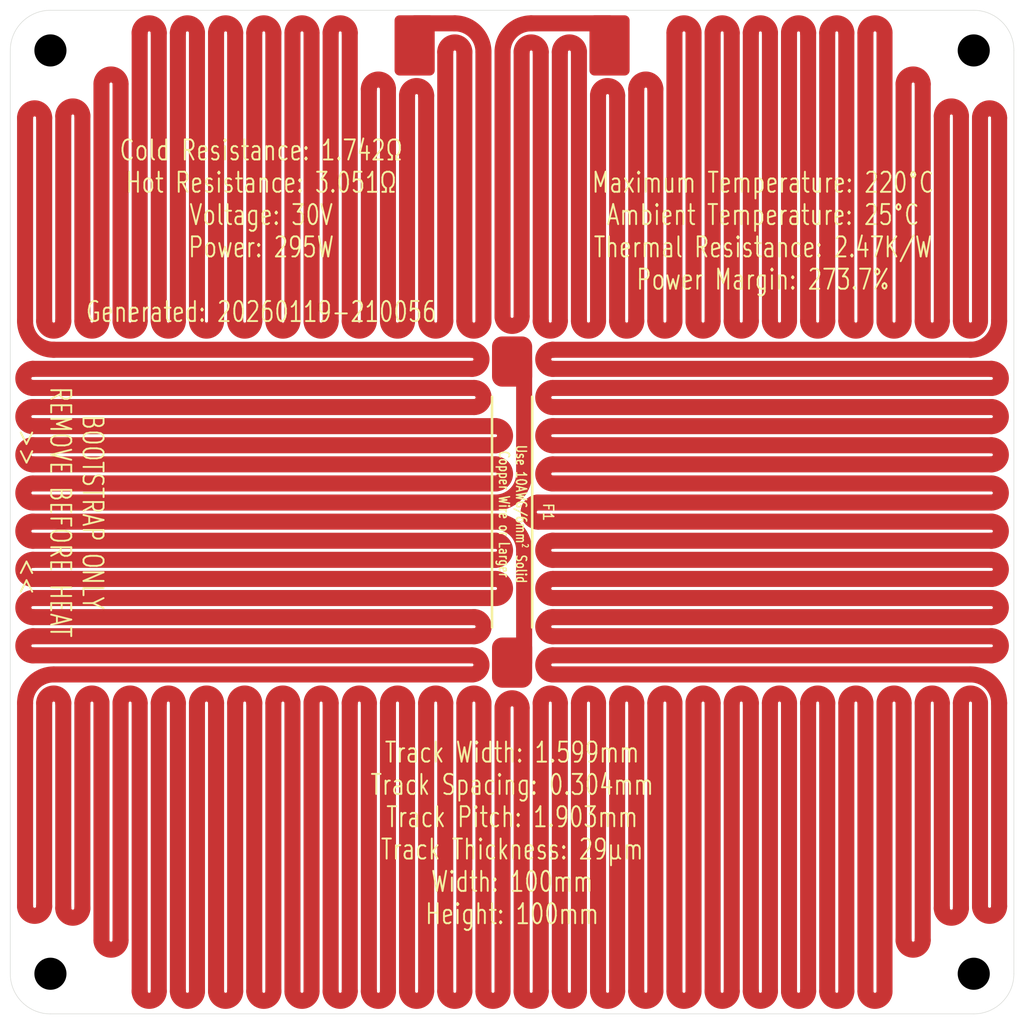
<source format=kicad_pcb>
(kicad_pcb (version 20241229) (generator "pcbnew") (generator_version "9.0")
  (layers (0 "F.Cu" signal) (2 "B.Cu" signal) (13 "F.Paste" user) (15 "B.Paste" user) (5 "F.SilkS" user "F.Silkscreen") (7 "B.SilkS" user "B.Silkscreen") (1 "F.Mask" user) (3 "B.Mask" user) (25 "Edge.Cuts" user))
  (net 0 "")
  (net 1 "Net-(J2-Pin_1)")
  (net 2 "Net-(J1-Pin_1)")
  (footprint "blg:MountingHole_3.2mm_M3_NoPad_TopLarge" (layer "F.Cu") (at 151 59)
    (property "Reference" "REF**" (hide yes))
    (property "Value" "MountingHole_3.2mm_M3_NoPad_TopLarge" (hide yes))
    (pad "" np_thru_hole circle (at 0 0) (size 7.6 7.6) (drill 3.2) (layers))
  )
  (footprint "blg:SMD_PowerConnection_4x6mm" (layer "F.Cu") (at 114.709999 58.5 -90)
    (property "Reference" "J2" (hide yes))
    (property "Value" "Hotplate_Power_Connection" (hide yes))
    (pad "1" smd roundrect (at 0 0 270) (size 6 4) (layers "F.Cu" "F.Mask" "F.Paste") (roundrect_rratio 0.125) (net 1 "Net-(J2-Pin_1)"))
  )
  (footprint "blg:MountingHole_3.2mm_M3_NoPad_TopLarge" (layer "F.Cu") (at 59 151)
    (property "Reference" "REF**" (hide yes))
    (property "Value" "MountingHole_3.2mm_M3_NoPad_TopLarge" (hide yes))
    (pad "" np_thru_hole circle (at 0 0) (size 7.6 7.6) (drill 3.2) (layers))
  )
  (footprint "blg:MountingHole_3.2mm_M3_NoPad_TopLarge" (layer "F.Cu") (at 151 151)
    (property "Reference" "REF**" (hide yes))
    (property "Value" "MountingHole_3.2mm_M3_NoPad_TopLarge" (hide yes))
    (pad "" np_thru_hole circle (at 0 0) (size 7.6 7.6) (drill 3.2) (layers))
  )
  (footprint "blg:SMD_PowerConnection_4x6mm" (layer "F.Cu") (at 95.29 58.5 -90)
    (property "Reference" "J1" (hide yes))
    (property "Value" "Hotplate_Power_Connection" (hide yes))
    (pad "1" smd roundrect (at 0 0 270) (size 6 4) (layers "F.Cu" "F.Mask" "F.Paste") (roundrect_rratio 0.125) (net 2 "Net-(J1-Pin_1)"))
  )
  (footprint "blg:Thermal Fuse, SN100C, Front, 35mm" (layer "F.Cu") (at 105 105 -90)
    (property "Reference" "F1" (at 0 -3.6 270) (layer "F.SilkS"))
    (property "Value" "~")
    (fp_line (start -11.5 2) (end 11.5 2) (stroke (width 0.25)) (layer "F.SilkS"))
    (fp_line (start -11.5 -2) (end 11.5 -2) (stroke (width 0.25)) (layer "F.SilkS"))
    (fp_text user "Use 10AWG/6mm  Solid" (at 0.2 -0.9 270) (layer "F.SilkS") (effects (font (size 1 0.75))))
    (fp_text user "2" (at 3.35 -1.3 270) (layer "F.SilkS") (effects (font (size 0.6 0.4) (thickness 0.1))))
    (fp_text user "Copper Wire or Larger" (at 0.2 0.8 270) (layer "F.SilkS") (effects (font (size 1 0.75))))
    (pad "1" smd roundrect (at -15 0 270) (size 5 4) (layers "F.Cu" "F.Mask") (net 2 "Net-(J1-Pin_1)"))
    (pad "2" smd roundrect (at 15 0 270) (size 5 4) (layers "F.Cu" "F.Mask") (net 1 "Net-(J2-Pin_1)"))
  )
  (footprint "blg:MountingHole_3.2mm_M3_NoPad_TopLarge" (layer "F.Cu") (at 59 59)
    (property "Reference" "REF**" (hide yes))
    (property "Value" "MountingHole_3.2mm_M3_NoPad_TopLarge" (hide yes))
    (pad "" np_thru_hole circle (at 0 0) (size 7.6 7.6) (drill 3.2) (layers))
  )
  (gr_arc (start 55 59) (mid 56.171573 56.171573) (end 59 55) (stroke (width 0.05)) (layer "Edge.Cuts"))
  (gr_line (start 155 59) (end 155 151) (stroke (width 0.05)) (layer "Edge.Cuts"))
  (gr_arc (start 59 155) (mid 56.171573 153.828427) (end 55 151) (stroke (width 0.05)) (layer "Edge.Cuts"))
  (gr_line (start 59 155) (end 151 155) (stroke (width 0.05)) (layer "Edge.Cuts"))
  (gr_line (start 55 59) (end 55 151) (stroke (width 0.05)) (layer "Edge.Cuts"))
  (gr_arc (start 155 151) (mid 153.828427 153.828427) (end 151 155) (stroke (width 0.05)) (layer "Edge.Cuts"))
  (gr_arc (start 151 55) (mid 153.828427 56.171573) (end 155 59) (stroke (width 0.05)) (layer "Edge.Cuts"))
  (gr_line (start 59 55) (end 151 55) (stroke (width 0.05)) (layer "Edge.Cuts"))
  (gr_text "Track Width: 1.599mm\nTrack Spacing: 0.304mm\nTrack Pitch: 1.903mm\nTrack Thickness: 29µm\nWidth: 100mm\nHeight: 100mm" (at 105 137 0) (layer "F.SilkS") (effects (font (size 2 1.5) (thickness 0.1875))))
  (gr_text "Maximum Temperature: 220°C\nAmbient Temperature: 25°C\nThermal Resistance: 2.47K/W\nPower Margin: 273.7%" (at 130 77 0) (layer "F.SilkS") (effects (font (size 2 1.5) (thickness 0.1875))))
  (gr_text "BOOTSTRAP ONLY\nREMOVE BEFORE HEAT\n>>        <<" (at 55.6 105 270) (layer "F.SilkS") (effects (font (size 2 1.5) (thickness 0.1875)) (justify bottom)))
  (gr_text "Cold Resistance: 1.742Ω\nHot Resistance: 3.051Ω\nVoltage: 30V\nPower: 295W\n\nGenerated: 20260119-210056" (at 80 77 0) (layer "F.SilkS") (effects (font (size 2 1.5) (thickness 0.1875))))
  (segment (start 151.6235 144.279078) (end 151.6235 124.029999) (width 1.599) (layer "F.Cu") (net 1))
  (segment (start 138.3025 57.251) (end 138.3025 85.969999) (width 1.599) (layer "F.Cu") (net 1))
  (segment (start 152.749 104.0485) (end 107.601237 104.0485) (width 1.599) (layer "F.Cu") (net 1))
  (segment (start 128.7875 152.749) (end 128.7875 124.029999) (width 1.599) (layer "F.Cu") (net 1))
  (segment (start 152.749 92.630499) (end 109.055 92.630499) (width 1.599) (layer "F.Cu") (net 1))
  (segment (start 105.9515 152.749) (end 105.9515 124.500999) (width 1.599) (layer "F.Cu") (net 1))
  (segment (start 136.3995 85.969999) (end 136.3995 57.251) (width 1.599) (layer "F.Cu") (net 1))
  (segment (start 73.6005 124.029999) (end 73.6005 152.749) (width 1.599) (layer "F.Cu") (net 1))
  (segment (start 123.078499 57.251) (end 123.078499 85.969999) (width 1.599) (layer "F.Cu") (net 1))
  (segment (start 140.205499 85.969999) (end 140.205499 57.251) (width 1.599) (layer "F.Cu") (net 1))
  (segment (start 57.251 105.9515) (end 103.345999 105.9515) (width 1.599) (layer "F.Cu") (net 1))
  (segment (start 109.055 94.533499) (end 152.749 94.533499) (width 1.599) (layer "F.Cu") (net 1))
  (segment (start 60.2795 144.467462) (end 60.2795 124.029999) (width 1.599) (layer "F.Cu") (net 1))
  (segment (start 56.473499 144.279078) (end 56.473499 124.029999) (width 1.599) (layer "F.Cu") (net 1))
  (segment (start 85.0185 124.029999) (end 85.0185 152.749) (width 1.599) (layer "F.Cu") (net 1))
  (segment (start 113.5635 85.969999) (end 113.5635 63.501) (width 1.599) (layer "F.Cu") (net 1))
  (segment (start 132.5935 85.969999) (end 132.5935 57.251) (width 1.599) (layer "F.Cu") (net 1))
  (segment (start 79.309499 152.749) (end 79.309499 124.029999) (width 1.599) (layer "F.Cu") (net 1))
  (segment (start 138.3025 124.029999) (end 138.3025 152.749) (width 1.599) (layer "F.Cu") (net 1))
  (segment (start 147.8175 85.969999) (end 147.8175 65.532537) (width 1.599) (layer "F.Cu") (net 1))
  (segment (start 134.4965 57.251) (end 134.4965 85.969999) (width 1.599) (layer "F.Cu") (net 1))
  (segment (start 136.3995 152.749) (end 136.3995 124.029999) (width 1.599) (layer "F.Cu") (net 1))
  (segment (start 69.7945 124.029999) (end 69.7945 152.749) (width 1.599) (layer "F.Cu") (net 1))
  (segment (start 109.055 90.7275) (end 152.749 90.7275) (width 1.599) (layer "F.Cu") (net 1))
  (segment (start 115.4665 63.501) (end 115.4665 85.969999) (width 1.599) (layer "F.Cu") (net 1))
  (segment (start 109.055 98.3395) (end 152.749 98.3395) (width 1.599) (layer "F.Cu") (net 1))
  (segment (start 152.749 107.854499) (end 109.055 107.854499) (width 1.599) (layer "F.Cu") (net 1))
  (segment (start 142.1085 124.029999) (end 142.1085 152.749) (width 1.599) (layer "F.Cu") (net 1))
  (segment (start 101.209292 115.4665) (end 57.251 115.4665) (width 1.599) (layer "F.Cu") (net 1))
  (segment (start 100.999 119.2725) (end 57.251 119.2725) (width 1.599) (layer "F.Cu") (net 1))
  (segment (start 117.3695 85.969999) (end 117.3695 62.85167) (width 1.599) (layer "F.Cu") (net 1))
  (segment (start 58.3765 124.029999) (end 58.3765 144.279078) (width 1.599) (layer "F.Cu") (net 1))
  (segment (start 59.327999 121.175499) (end 100.999 121.175499) (width 1.599) (layer "F.Cu") (net 1))
  (segment (start 153.526499 65.720921) (end 153.526499 85.969999) (width 1.599) (layer "F.Cu") (net 1))
  (segment (start 113.5635 152.749) (end 113.5635 124.029999) (width 1.599) (layer "F.Cu") (net 1))
  (segment (start 150.671999 88.824499) (end 109.055 88.8245) (width 1.599) (layer "F.Cu") (net 1))
  (segment (start 104.0485 124.500999) (end 104.0485 152.749) (width 1.599) (layer "F.Cu") (net 1))
  (segment (start 106.200499 120) (end 106.200499 108.805999) (width 1.599) (layer "F.Cu") (net 1))
  (segment (start 104.0485 59.154) (end 104.0485 85.499) (width 1.599) (layer "F.Cu") (net 1))
  (segment (start 109.7575 152.749) (end 109.7575 124.029999) (width 1.599) (layer "F.Cu") (net 1))
  (segment (start 130.690499 57.251) (end 130.690499 85.969999) (width 1.599) (layer "F.Cu") (net 1))
  (segment (start 121.175499 85.969999) (end 121.175499 57.251) (width 1.599) (layer "F.Cu") (net 1))
  (segment (start 109.055 117.3695) (end 152.749 117.3695) (width 1.599) (layer "F.Cu") (net 1))
  (segment (start 64.0855 147.652457) (end 64.0855 124.029999) (width 1.599) (layer "F.Cu") (net 1))
  (segment (start 152.749 115.4665) (end 109.055 115.4665) (width 1.599) (layer "F.Cu") (net 1))
  (segment (start 96.4365 124.029999) (end 96.4365 152.749) (width 1.599) (layer "F.Cu") (net 1))
  (segment (start 153.526499 124.029999) (end 153.526499 144.279078) (width 1.599) (layer "F.Cu") (net 1))
  (segment (start 152.749 100.2425) (end 109.055 100.2425) (width 1.599) (layer "F.Cu") (net 1))
  (segment (start 107.854499 59.154) (end 107.854499 85.969999) (width 1.599) (layer "F.Cu") (net 1))
  (segment (start 119.2725 62.85167) (end 119.2725 85.969999) (width 1.599) (layer "F.Cu") (net 1))
  (segment (start 57.251 117.3695) (end 101.209292 117.3695) (width 1.599) (layer "F.Cu") (net 1))
  (segment (start 121.175499 152.749) (end 121.175499 124.029999) (width 1.599) (layer "F.Cu") (net 1))
  (segment (start 149.7205 124.029999) (end 149.7205 144.467462) (width 1.599) (layer "F.Cu") (net 1))
  (segment (start 142.1085 57.251) (end 142.1085 85.969999) (width 1.599) (layer "F.Cu") (net 1))
  (segment (start 83.1155 152.749) (end 83.1155 124.029999) (width 1.599) (layer "F.Cu") (net 1))
  (segment (start 77.4065 124.029999) (end 77.4065 152.749) (width 1.599) (layer "F.Cu") (net 1))
  (segment (start 71.697499 152.749) (end 71.697499 124.029999) (width 1.599) (layer "F.Cu") (net 1))
  (segment (start 124.9815 152.749) (end 124.9815 124.029999) (width 1.599) (layer "F.Cu") (net 1))
  (segment (start 152.749 96.4365) (end 109.055 96.4365) (width 1.599) (layer "F.Cu") (net 1))
  (segment (start 103.345999 111.6605) (end 57.251 111.6605) (width 1.599) (layer "F.Cu") (net 1))
  (segment (start 109.055 113.5635) (end 152.749 113.5635) (width 1.599) (layer "F.Cu") (net 1))
  (segment (start 144.011499 85.969999) (end 144.011499 62.347542) (width 1.599) (layer "F.Cu") (net 1))
  (segment (start 65.988499 124.029999) (end 65.988499 147.652457) (width 1.599) (layer "F.Cu") (net 1))
  (segment (start 111.6605 124.029999) (end 111.6605 152.749) (width 1.599) (layer "F.Cu") (net 1))
  (segment (start 130.690499 124.029999) (end 130.690499 152.749) (width 1.599) (layer "F.Cu") (net 1))
  (segment (start 149.7205 65.532537) (end 149.7205 85.969999) (width 1.599) (layer "F.Cu") (net 1))
  (segment (start 62.1825 124.029999) (end 62.1825 144.467462) (width 1.599) (layer "F.Cu") (net 1))
  (segment (start 144.011499 147.652457) (end 144.011499 124.029999) (width 1.599) (layer "F.Cu") (net 1))
  (segment (start 98.3395 152.749) (end 98.3395 124.029999) (width 1.599) (layer "F.Cu") (net 1))
  (segment (start 145.9145 124.029999) (end 145.9145 147.652457) (width 1.599) (layer "F.Cu") (net 1))
  (segment (start 57.251 109.7575) (end 103.345999 109.7575) (width 1.599) (layer "F.Cu") (net 1))
  (segment (start 111.6605 59.154) (end 111.6605 85.969999) (width 1.599) (layer "F.Cu") (net 1))
  (segment (start 147.8175 144.467462) (end 147.8175 124.029999) (width 1.599) (layer "F.Cu") (net 1))
  (segment (start 109.7575 85.969999) (end 109.7575 59.154) (width 1.599) (layer "F.Cu") (net 1))
  (segment (start 109.055 121.175499) (end 150.671999 121.175499) (width 1.599) (layer "F.Cu") (net 1))
  (segment (start 140.205499 152.749) (end 140.205499 124.029999) (width 1.599) (layer "F.Cu") (net 1))
  (segment (start 86.9215 152.749) (end 86.9215 124.029999) (width 1.599) (layer "F.Cu") (net 1))
  (segment (start 94.533499 152.749) (end 94.533499 124.029999) (width 1.599) (layer "F.Cu") (net 1))
  (segment (start 88.8245 124.029999) (end 88.8245 152.749) (width 1.599) (layer "F.Cu") (net 1))
  (segment (start 109.055 102.1455) (end 152.749 102.1455) (width 1.599) (layer "F.Cu") (net 1))
  (segment (start 114.709999 56.299499) (end 106.902999 56.299499) (width 1.599) (layer "F.Cu") (net 1))
  (segment (start 145.9145 62.347542) (end 145.9145 85.969999) (width 1.599) (layer "F.Cu") (net 1))
  (segment (start 109.055 109.7575) (end 152.749 109.7575) (width 1.599) (layer "F.Cu") (net 1))
  (segment (start 152.749 119.2725) (end 109.055 119.2725) (width 1.599) (layer "F.Cu") (net 1))
  (segment (start 126.884499 124.029999) (end 126.884499 152.749) (width 1.599) (layer "F.Cu") (net 1))
  (segment (start 134.4965 124.029999) (end 134.4965 152.749) (width 1.599) (layer "F.Cu") (net 1))
  (segment (start 115.4665 124.029999) (end 115.4665 152.749) (width 1.599) (layer "F.Cu") (net 1))
  (segment (start 67.8915 152.749) (end 67.8915 124.029999) (width 1.599) (layer "F.Cu") (net 1))
  (segment (start 124.9815 85.969999) (end 124.9815 57.251) (width 1.599) (layer "F.Cu") (net 1))
  (segment (start 152.749 111.6605) (end 109.055 111.6605) (width 1.599) (layer "F.Cu") (net 1))
  (segment (start 132.5935 152.749) (end 132.5935 124.029999) (width 1.599) (layer "F.Cu") (net 1))
  (segment (start 119.2725 124.029999) (end 119.2725 152.749) (width 1.599) (layer "F.Cu") (net 1))
  (segment (start 151.6235 85.969999) (end 151.6235 65.720921) (width 1.599) (layer "F.Cu") (net 1))
  (segment (start 57.251 113.5635) (end 103.345999 113.5635) (width 1.599) (layer "F.Cu") (net 1))
  (segment (start 128.7875 85.969999) (end 128.7875 57.251) (width 1.599) (layer "F.Cu") (net 1))
  (segment (start 75.5035 152.749) (end 75.5035 124.029999) (width 1.599) (layer "F.Cu") (net 1))
  (segment (start 100.2425 124.029999) (end 100.2425 152.749) (width 1.599) (layer "F.Cu") (net 1))
  (segment (start 123.078499 124.029999) (end 123.078499 152.749) (width 1.599) (layer "F.Cu") (net 1))
  (segment (start 103.345999 107.854499) (end 57.251 107.854499) (width 1.599) (layer "F.Cu") (net 1))
  (segment (start 107.854499 124.029999) (end 107.854499 152.749) (width 1.599) (layer "F.Cu") (net 1))
  (segment (start 81.212499 124.029999) (end 81.212499 152.749) (width 1.599) (layer "F.Cu") (net 1))
  (segment (start 117.3695 152.749) (end 117.3695 124.029999) (width 1.599) (layer "F.Cu") (net 1))
  (segment (start 107.601237 105.9515) (end 152.749 105.9515) (width 1.599) (layer "F.Cu") (net 1))
  (segment (start 90.7275 152.749) (end 90.7275 124.029999) (width 1.599) (layer "F.Cu") (net 1))
  (segment (start 92.630499 124.029999) (end 92.630499 152.749) (width 1.599) (layer "F.Cu") (net 1))
  (segment (start 105.9515 85.499) (end 105.9515 59.154) (width 1.599) (layer "F.Cu") (net 1))
  (segment (start 102.1455 152.749) (end 102.1455 124.029999) (width 1.599) (layer "F.Cu") (net 1))
  (segment (start 126.884499 57.251) (end 126.884499 85.969999) (width 1.599) (layer "F.Cu") (net 1))
  (arc (start 113.5635 63.501) (mid 114.514999 62.549499) (end 115.4665 63.501) (width 1.599) (layer "F.Cu") (net 1))
  (arc (start 57.251 115.4665) (mid 56.299499 114.514999) (end 57.251 113.5635) (width 1.599) (layer "F.Cu") (net 1))
  (arc (start 94.533499 124.029999) (mid 93.582 123.078499) (end 92.630499 124.029999) (width 1.599) (layer "F.Cu") (net 1))
  (arc (start 109.055 96.4365) (mid 108.1035 97.388) (end 109.055 98.3395) (width 1.599) (layer "F.Cu") (net 1))
  (arc (start 152.749 117.3695) (mid 153.700499 118.321) (end 152.749 119.2725) (width 1.599) (layer "F.Cu") (net 1))
  (arc (start 151.6235 65.720921) (mid 152.575 64.769421) (end 153.526499 65.720921) (width 1.599) (layer "F.Cu") (net 1))
  (arc (start 150.671999 121.175499) (mid 152.690436 122.011563) (end 153.526499 124.029999) (width 1.599) (layer "F.Cu") (net 1))
  (arc (start 140.205499 57.251) (mid 141.157 56.299499) (end 142.1085 57.251) (width 1.599) (layer "F.Cu") (net 1))
  (arc (start 109.055 100.2425) (mid 108.1035 101.193999) (end 109.055 102.1455) (width 1.599) (layer "F.Cu") (net 1))
  (arc (start 62.1825 144.467462) (mid 61.230999 145.418962) (end 60.2795 144.467462) (width 1.599) (layer "F.Cu") (net 1))
  (arc (start 104.0485 85.499) (mid 105 86.4505) (end 105.9515 85.499) (width 1.599) (layer "F.Cu") (net 1))
  (arc (start 81.212499 152.749) (mid 80.261 153.700499) (end 79.309499 152.749) (width 1.599) (layer "F.Cu") (net 1))
  (arc (start 121.175499 124.029999) (mid 120.224 123.078499) (end 119.2725 124.029999) (width 1.599) (layer "F.Cu") (net 1))
  (arc (start 98.3395 124.029999) (mid 97.388 123.078499) (end 96.4365 124.029999) (width 1.599) (layer "F.Cu") (net 1))
  (arc (start 130.690499 85.969999) (mid 131.641999 86.9215) (end 132.5935 85.969999) (width 1.599) (layer "F.Cu") (net 1))
  (arc (start 79.309499 124.029999) (mid 78.358 123.078499) (end 77.4065 124.029999) (width 1.599) (layer "F.Cu") (net 1))
  (arc (start 88.8245 152.749) (mid 87.872999 153.700499) (end 86.9215 152.749) (width 1.599) (layer "F.Cu") (net 1))
  (arc (start 104.0485 59.154) (mid 104.884563 57.135563) (end 106.902999 56.299499) (width 1.599) (layer "F.Cu") (net 1))
  (arc (start 147.8175 124.029999) (mid 146.866 123.078499) (end 145.9145 124.029999) (width 1.599) (layer "F.Cu") (net 1))
  (arc (start 152.749 94.533499) (mid 153.700499 95.485) (end 152.749 96.4365) (width 1.599) (layer "F.Cu") (net 1))
  (arc (start 144.011499 124.029999) (mid 143.06 123.078499) (end 142.1085 124.029999) (width 1.599) (layer "F.Cu") (net 1))
  (arc (start 128.7875 57.251) (mid 129.739 56.299499) (end 130.690499 57.251) (width 1.599) (layer "F.Cu") (net 1))
  (arc (start 121.175499 57.251) (mid 122.127 56.299499) (end 123.078499 57.251) (width 1.599) (layer "F.Cu") (net 1))
  (arc (start 145.9145 85.969999) (mid 146.866 86.9215) (end 147.8175 85.969999) (width 1.599) (layer "F.Cu") (net 1))
  (arc (start 124.9815 57.251) (mid 125.933 56.299499) (end 126.884499 57.251) (width 1.599) (layer "F.Cu") (net 1))
  (arc (start 123.078499 85.969999) (mid 124.029999 86.9215) (end 124.9815 85.969999) (width 1.599) (layer "F.Cu") (net 1))
  (arc (start 132.5935 124.029999) (mid 131.641999 123.078499) (end 130.690499 124.029999) (width 1.599) (layer "F.Cu") (net 1))
  (arc (start 149.7205 85.969999) (mid 150.672 86.9215) (end 151.6235 85.969999) (width 1.599) (layer "F.Cu") (net 1))
  (arc (start 152.749 105.9515) (mid 153.700499 106.902999) (end 152.749 107.854499) (width 1.599) (layer "F.Cu") (net 1))
  (arc (start 134.4965 152.749) (mid 133.544999 153.700499) (end 132.5935 152.749) (width 1.599) (layer "F.Cu") (net 1))
  (arc (start 111.6605 85.969999) (mid 112.612 86.9215) (end 113.5635 85.969999) (width 1.599) (layer "F.Cu") (net 1))
  (arc (start 107.854499 85.969999) (mid 108.806 86.9215) (end 109.7575 85.969999) (width 1.599) (layer "F.Cu") (net 1))
  (arc (start 128.7875 124.029999) (mid 127.836 123.078499) (end 126.884499 124.029999) (width 1.599) (layer "F.Cu") (net 1))
  (arc (start 145.9145 147.652457) (mid 144.963 148.603957) (end 144.011499 147.652457) (width 1.599) (layer "F.Cu") (net 1))
  (arc (start 152.749 113.5635) (mid 153.700499 114.514999) (end 152.749 115.4665) (width 1.599) (layer "F.Cu") (net 1))
  (arc (start 126.884499 152.749) (mid 125.933 153.700499) (end 124.9815 152.749) (width 1.599) (layer "F.Cu") (net 1))
  (arc (start 107.601237 104.0485) (mid 106.649736 105) (end 107.601237 105.9515) (width 1.599) (layer "F.Cu") (net 1))
  (arc (start 136.3995 124.029999) (mid 135.447999 123.078499) (end 134.4965 124.029999) (width 1.599) (layer "F.Cu") (net 1))
  (arc (start 103.345999 113.5635) (mid 104.2975 112.612) (end 103.345999 111.6605) (width 1.599) (layer "F.Cu") (net 1))
  (arc (start 103.345999 109.7575) (mid 104.2975 108.806) (end 103.345999 107.854499) (width 1.599) (layer "F.Cu") (net 1))
  (arc (start 153.526499 85.969999) (mid 152.690436 87.988436) (end 150.671999 88.824499) (width 1.599) (layer "F.Cu") (net 1))
  (arc (start 152.749 109.7575) (mid 153.700499 110.709) (end 152.749 111.6605) (width 1.599) (layer "F.Cu") (net 1))
  (arc (start 119.2725 85.969999) (mid 120.224 86.9215) (end 121.175499 85.969999) (width 1.599) (layer "F.Cu") (net 1))
  (arc (start 83.1155 124.029999) (mid 82.164 123.078499) (end 81.212499 124.029999) (width 1.599) (layer "F.Cu") (net 1))
  (arc (start 109.7575 124.029999) (mid 108.806 123.078499) (end 107.854499 124.029999) (width 1.599) (layer "F.Cu") (net 1))
  (arc (start 149.7205 144.467462) (mid 148.768999 145.418962) (end 147.8175 144.467462) (width 1.599) (layer "F.Cu") (net 1))
  (arc (start 109.055 119.2725) (mid 108.1035 120.224) (end 109.055 121.175499) (width 1.599) (layer "F.Cu") (net 1))
  (arc (start 126.884499 85.969999) (mid 127.836 86.9215) (end 128.7875 85.969999) (width 1.599) (layer "F.Cu") (net 1))
  (arc (start 132.5935 57.251) (mid 133.544999 56.299499) (end 134.4965 57.251) (width 1.599) (layer "F.Cu") (net 1))
  (arc (start 109.055 115.4665) (mid 108.1035 116.417999) (end 109.055 117.3695) (width 1.599) (layer "F.Cu") (net 1))
  (arc (start 152.749 102.1455) (mid 153.700499 103.097) (end 152.749 104.0485) (width 1.599) (layer "F.Cu") (net 1))
  (arc (start 115.4665 85.969999) (mid 116.417999 86.9215) (end 117.3695 85.969999) (width 1.599) (layer "F.Cu") (net 1))
  (arc (start 67.8915 124.029999) (mid 66.94 123.078499) (end 65.988499 124.029999) (width 1.599) (layer "F.Cu") (net 1))
  (arc (start 56.473499 124.029999) (mid 57.309563 122.011563) (end 59.327999 121.175499) (width 1.599) (layer "F.Cu") (net 1))
  (arc (start 86.9215 124.029999) (mid 85.969999 123.078499) (end 85.0185 124.029999) (width 1.599) (layer "F.Cu") (net 1))
  (arc (start 90.7275 124.029999) (mid 89.776 123.078499) (end 88.8245 124.029999) (width 1.599) (layer "F.Cu") (net 1))
  (arc (start 75.5035 124.029999) (mid 74.551999 123.078499) (end 73.6005 124.029999) (width 1.599) (layer "F.Cu") (net 1))
  (arc (start 100.2425 152.749) (mid 99.291 153.700499) (end 98.3395 152.749) (width 1.599) (layer "F.Cu") (net 1))
  (arc (start 147.8175 65.532537) (mid 148.768999 64.581037) (end 149.7205 65.532537) (width 1.599) (layer "F.Cu") (net 1))
  (arc (start 111.6605 152.749) (mid 110.709 153.700499) (end 109.7575 152.749) (width 1.599) (layer "F.Cu") (net 1))
  (arc (start 107.854499 152.749) (mid 106.902999 153.700499) (end 105.9515 152.749) (width 1.599) (layer "F.Cu") (net 1))
  (arc (start 151.6235 124.029999) (mid 150.672 123.078499) (end 149.7205 124.029999) (width 1.599) (layer "F.Cu") (net 1))
  (arc (start 152.749 98.3395) (mid 153.700499 99.291) (end 152.749 100.2425) (width 1.599) (layer "F.Cu") (net 1))
  (arc (start 85.0185 152.749) (mid 84.067 153.700499) (end 83.1155 152.749) (width 1.599) (layer "F.Cu") (net 1))
  (arc (start 140.205499 124.029999) (mid 139.254 123.078499) (end 138.3025 124.029999) (width 1.599) (layer "F.Cu") (net 1))
  (arc (start 113.5635 124.029999) (mid 112.612 123.078499) (end 111.6605 124.029999) (width 1.599) (layer "F.Cu") (net 1))
  (arc (start 142.1085 152.749) (mid 141.157 153.700499) (end 140.205499 152.749) (width 1.599) (layer "F.Cu") (net 1))
  (arc (start 57.251 107.854499) (mid 56.299499 106.902999) (end 57.251 105.9515) (width 1.599) (layer "F.Cu") (net 1))
  (arc (start 101.209292 117.3695) (mid 102.160793 116.417999) (end 101.209292 115.4665) (width 1.599) (layer "F.Cu") (net 1))
  (arc (start 115.4665 152.749) (mid 114.514999 153.700499) (end 113.5635 152.749) (width 1.599) (layer "F.Cu") (net 1))
  (arc (start 130.690499 152.749) (mid 129.739 153.700499) (end 128.7875 152.749) (width 1.599) (layer "F.Cu") (net 1))
  (arc (start 136.3995 57.251) (mid 137.351 56.299499) (end 138.3025 57.251) (width 1.599) (layer "F.Cu") (net 1))
  (arc (start 153.526499 144.279078) (mid 152.575 145.230578) (end 151.6235 144.279078) (width 1.599) (layer "F.Cu") (net 1))
  (arc (start 77.4065 152.749) (mid 76.455 153.700499) (end 75.5035 152.749) (width 1.599) (layer "F.Cu") (net 1))
  (arc (start 109.7575 59.154) (mid 110.709 58.2025) (end 111.6605 59.154) (width 1.599) (layer "F.Cu") (net 1))
  (arc (start 144.011499 62.347542) (mid 144.963 61.396042) (end 145.9145 62.347542) (width 1.599) (layer "F.Cu") (net 1))
  (arc (start 105.9515 124.500999) (mid 105 123.5495) (end 104.0485 124.500999) (width 1.599) (layer "F.Cu") (net 1))
  (arc (start 138.3025 85.969999) (mid 139.254 86.9215) (end 140.205499 85.969999) (width 1.599) (layer "F.Cu") (net 1))
  (arc (start 119.2725 152.749) (mid 118.321 153.700499) (end 117.3695 152.749) (width 1.599) (layer "F.Cu") (net 1))
  (arc (start 109.055 111.6605) (mid 108.1035 112.612) (end 109.055 113.5635) (width 1.599) (layer "F.Cu") (net 1))
  (arc (start 57.251 119.2725) (mid 56.299499 118.321) (end 57.251 117.3695) (width 1.599) (layer "F.Cu") (net 1))
  (arc (start 65.988499 147.652457) (mid 65.036999 148.603957) (end 64.0855 147.652457) (width 1.599) (layer "F.Cu") (net 1))
  (arc (start 123.078499 152.749) (mid 122.127 153.700499) (end 121.175499 152.749) (width 1.599) (layer "F.Cu") (net 1))
  (arc (start 138.3025 152.749) (mid 137.351 153.700499) (end 136.3995 152.749) (width 1.599) (layer "F.Cu") (net 1))
  (arc (start 109.055 92.630499) (mid 108.1035 93.582) (end 109.055 94.533499) (width 1.599) (layer "F.Cu") (net 1))
  (arc (start 117.3695 62.85167) (mid 118.321 61.90017) (end 119.2725 62.85167) (width 1.599) (layer "F.Cu") (net 1))
  (arc (start 124.9815 124.029999) (mid 124.029999 123.078499) (end 123.078499 124.029999) (width 1.599) (layer "F.Cu") (net 1))
  (arc (start 73.6005 152.749) (mid 72.648999 153.700499) (end 71.697499 152.749) (width 1.599) (layer "F.Cu") (net 1))
  (arc (start 57.251 111.6605) (mid 56.299499 110.709) (end 57.251 109.7575) (width 1.599) (layer "F.Cu") (net 1))
  (arc (start 134.4965 85.969999) (mid 135.447999 86.9215) (end 136.3995 85.969999) (width 1.599) (layer "F.Cu") (net 1))
  (arc (start 104.0485 152.749) (mid 103.097 153.700499) (end 102.1455 152.749) (width 1.599) (layer "F.Cu") (net 1))
  (arc (start 64.0855 124.029999) (mid 63.133999 123.078499) (end 62.1825 124.029999) (width 1.599) (layer "F.Cu") (net 1))
  (arc (start 96.4365 152.749) (mid 95.485 153.700499) (end 94.533499 152.749) (width 1.599) (layer "F.Cu") (net 1))
  (arc (start 105.9515 59.154) (mid 106.902999 58.2025) (end 107.854499 59.154) (width 1.599) (layer "F.Cu") (net 1))
  (arc (start 109.055 107.854499) (mid 108.1035 108.806) (end 109.055 109.7575) (width 1.599) (layer "F.Cu") (net 1))
  (arc (start 109.055 88.8245) (mid 108.1035 89.776) (end 109.055 90.7275) (width 1.599) (layer "F.Cu") (net 1))
  (arc (start 58.3765 144.279078) (mid 57.425 145.230578) (end 56.473499 144.279078) (width 1.599) (layer "F.Cu") (net 1))
  (arc (start 103.345999 105.9515) (mid 105.364436 106.787563) (end 106.200499 108.805999) (width 1.599) (layer "F.Cu") (net 1))
  (arc (start 142.1085 85.969999) (mid 143.06 86.9215) (end 144.011499 85.969999) (width 1.599) (layer "F.Cu") (net 1))
  (arc (start 71.697499 124.029999) (mid 70.746 123.078499) (end 69.7945 124.029999) (width 1.599) (layer "F.Cu") (net 1))
  (arc (start 117.3695 124.029999) (mid 116.417999 123.078499) (end 115.4665 124.029999) (width 1.599) (layer "F.Cu") (net 1))
  (arc (start 100.999 121.175499) (mid 101.9505 120.224) (end 100.999 119.2725) (width 1.599) (layer "F.Cu") (net 1))
  (arc (start 69.7945 152.749) (mid 68.843 153.700499) (end 67.8915 152.749) (width 1.599) (layer "F.Cu") (net 1))
  (arc (start 152.749 90.7275) (mid 153.700499 91.679) (end 152.749 92.630499) (width 1.599) (layer "F.Cu") (net 1))
  (arc (start 60.2795 124.029999) (mid 59.327999 123.078499) (end 58.3765 124.029999) (width 1.599) (layer "F.Cu") (net 1))
  (arc (start 92.630499 152.749) (mid 91.679 153.700499) (end 90.7275 152.749) (width 1.599) (layer "F.Cu") (net 1))
  (arc (start 102.1455 124.029999) (mid 101.193999 123.078499) (end 100.2425 124.029999) (width 1.599) (layer "F.Cu") (net 1))
  (segment (start 102.1455 59.154) (end 102.1455 85.969999) (width 1.599) (layer "F.Cu") (net 2))
  (segment (start 58.3765 85.969999) (end 58.3765 65.720921) (width 1.599) (layer "F.Cu") (net 2))
  (segment (start 59.327999 88.8245) (end 100.999 88.8245) (width 1.599) (layer "F.Cu") (net 2))
  (segment (start 69.7945 85.969999) (end 69.7945 57.251) (width 1.599) (layer "F.Cu") (net 2))
  (segment (start 96.4365 85.969999) (end 96.4365 63.501) (width 1.599) (layer "F.Cu") (net 2))
  (segment (start 85.0185 85.969999) (end 85.0185 57.251) (width 1.599) (layer "F.Cu") (net 2))
  (segment (start 77.4065 85.969999) (end 77.4065 57.251) (width 1.599) (layer "F.Cu") (net 2))
  (segment (start 64.0855 62.347542) (end 64.0855 85.969999) (width 1.599) (layer "F.Cu") (net 2))
  (segment (start 90.7275 62.85167) (end 90.7275 85.969999) (width 1.599) (layer "F.Cu") (net 2))
  (segment (start 88.8245 85.969999) (end 88.8245 57.251) (width 1.599) (layer "F.Cu") (net 2))
  (segment (start 103.345999 98.3395) (end 57.251 98.3395) (width 1.599) (layer "F.Cu") (net 2))
  (segment (start 62.1825 85.969999) (end 62.1825 65.532537) (width 1.599) (layer "F.Cu") (net 2))
  (segment (start 57.251 96.4365) (end 103.345999 96.4365) (width 1.599) (layer "F.Cu") (net 2))
  (segment (start 57.251 100.2425) (end 103.345999 100.2425) (width 1.599) (layer "F.Cu") (net 2))
  (segment (start 57.251 92.630499) (end 101.209292 92.630499) (width 1.599) (layer "F.Cu") (net 2))
  (segment (start 94.533499 63.501) (end 94.533499 85.969999) (width 1.599) (layer "F.Cu") (net 2))
  (segment (start 83.1155 57.251) (end 83.1155 85.969999) (width 1.599) (layer "F.Cu") (net 2))
  (segment (start 60.2795 65.532537) (end 60.2795 85.969999) (width 1.599) (layer "F.Cu") (net 2))
  (segment (start 73.6005 85.969999) (end 73.6005 57.251) (width 1.599) (layer "F.Cu") (net 2))
  (segment (start 65.988499 85.969999) (end 65.988499 62.347542) (width 1.599) (layer "F.Cu") (net 2))
  (segment (start 81.212499 85.969999) (end 81.212499 57.251) (width 1.599) (layer "F.Cu") (net 2))
  (segment (start 103.345999 102.1455) (end 57.251 102.1455) (width 1.599) (layer "F.Cu") (net 2))
  (segment (start 98.3395 59.154) (end 98.3395 85.969999) (width 1.599) (layer "F.Cu") (net 2))
  (segment (start 67.8915 57.251) (end 67.8915 85.969999) (width 1.599) (layer "F.Cu") (net 2))
  (segment (start 56.473499 65.720921) (end 56.473499 85.969999) (width 1.599) (layer "F.Cu") (net 2))
  (segment (start 86.9215 57.251) (end 86.9215 85.969999) (width 1.599) (layer "F.Cu") (net 2))
  (segment (start 75.5035 57.251) (end 75.5035 85.969999) (width 1.599) (layer "F.Cu") (net 2))
  (segment (start 100.2425 85.969999) (end 100.2425 59.154) (width 1.599) (layer "F.Cu") (net 2))
  (segment (start 79.309499 57.251) (end 79.309499 85.969999) (width 1.599) (layer "F.Cu") (net 2))
  (segment (start 71.697499 57.251) (end 71.697499 85.969999) (width 1.599) (layer "F.Cu") (net 2))
  (segment (start 106.200499 90) (end 106.200499 101.194) (width 1.599) (layer "F.Cu") (net 2))
  (segment (start 95.29 56.299499) (end 99.291 56.299499) (width 1.599) (layer "F.Cu") (net 2))
  (segment (start 101.209292 94.533499) (end 57.251 94.533499) (width 1.599) (layer "F.Cu") (net 2))
  (segment (start 57.251 104.0485) (end 103.345999 104.0485) (width 1.599) (layer "F.Cu") (net 2))
  (segment (start 100.999 90.7275) (end 57.251 90.7275) (width 1.599) (layer "F.Cu") (net 2))
  (segment (start 92.630499 85.969999) (end 92.630499 62.85167) (width 1.599) (layer "F.Cu") (net 2))
  (arc (start 57.251 94.533499) (mid 56.299499 95.485) (end 57.251 96.4365) (width 1.599) (layer "F.Cu") (net 2))
  (arc (start 75.5035 85.969999) (mid 74.551999 86.9215) (end 73.6005 85.969999) (width 1.599) (layer "F.Cu") (net 2))
  (arc (start 65.988499 62.347542) (mid 65.036999 61.396042) (end 64.0855 62.347542) (width 1.599) (layer "F.Cu") (net 2))
  (arc (start 57.251 90.7275) (mid 56.299499 91.679) (end 57.251 92.630499) (width 1.599) (layer "F.Cu") (net 2))
  (arc (start 103.345999 100.2425) (mid 104.2975 101.193999) (end 103.345999 102.1455) (width 1.599) (layer "F.Cu") (net 2))
  (arc (start 71.697499 85.969999) (mid 70.746 86.9215) (end 69.7945 85.969999) (width 1.599) (layer "F.Cu") (net 2))
  (arc (start 83.1155 85.969999) (mid 82.164 86.9215) (end 81.212499 85.969999) (width 1.599) (layer "F.Cu") (net 2))
  (arc (start 81.212499 57.251) (mid 80.261 56.299499) (end 79.309499 57.251) (width 1.599) (layer "F.Cu") (net 2))
  (arc (start 79.309499 85.969999) (mid 78.358 86.9215) (end 77.4065 85.969999) (width 1.599) (layer "F.Cu") (net 2))
  (arc (start 103.345999 96.4365) (mid 104.2975 97.388) (end 103.345999 98.3395) (width 1.599) (layer "F.Cu") (net 2))
  (arc (start 100.999 88.8245) (mid 101.9505 89.776) (end 100.999 90.7275) (width 1.599) (layer "F.Cu") (net 2))
  (arc (start 57.251 102.1455) (mid 56.299499 103.097) (end 57.251 104.0485) (width 1.599) (layer "F.Cu") (net 2))
  (arc (start 86.9215 85.969999) (mid 85.969999 86.9215) (end 85.0185 85.969999) (width 1.599) (layer "F.Cu") (net 2))
  (arc (start 57.251 98.3395) (mid 56.299499 99.291) (end 57.251 100.2425) (width 1.599) (layer "F.Cu") (net 2))
  (arc (start 77.4065 57.251) (mid 76.455 56.299499) (end 75.5035 57.251) (width 1.599) (layer "F.Cu") (net 2))
  (arc (start 58.3765 65.720921) (mid 57.425 64.769421) (end 56.473499 65.720921) (width 1.599) (layer "F.Cu") (net 2))
  (arc (start 69.7945 57.251) (mid 68.843 56.299499) (end 67.8915 57.251) (width 1.599) (layer "F.Cu") (net 2))
  (arc (start 67.8915 85.969999) (mid 66.94 86.9215) (end 65.988499 85.969999) (width 1.599) (layer "F.Cu") (net 2))
  (arc (start 101.209292 92.630499) (mid 102.160793 93.582) (end 101.209292 94.533499) (width 1.599) (layer "F.Cu") (net 2))
  (arc (start 64.0855 85.969999) (mid 63.133999 86.9215) (end 62.1825 85.969999) (width 1.599) (layer "F.Cu") (net 2))
  (arc (start 92.630499 62.85167) (mid 91.679 61.900171) (end 90.7275 62.85167) (width 1.599) (layer "F.Cu") (net 2))
  (arc (start 106.200499 101.194) (mid 105.364436 103.212436) (end 103.345999 104.0485) (width 1.599) (layer "F.Cu") (net 2))
  (arc (start 62.1825 65.532537) (mid 61.230999 64.581037) (end 60.2795 65.532537) (width 1.599) (layer "F.Cu") (net 2))
  (arc (start 100.2425 59.154) (mid 99.291 58.2025) (end 98.3395 59.154) (width 1.599) (layer "F.Cu") (net 2))
  (arc (start 102.1455 85.969999) (mid 101.193999 86.9215) (end 100.2425 85.969999) (width 1.599) (layer "F.Cu") (net 2))
  (arc (start 96.4365 63.501) (mid 95.485 62.549499) (end 94.533499 63.501) (width 1.599) (layer "F.Cu") (net 2))
  (arc (start 88.8245 57.251) (mid 87.872999 56.299499) (end 86.9215 57.251) (width 1.599) (layer "F.Cu") (net 2))
  (arc (start 73.6005 57.251) (mid 72.648999 56.299499) (end 71.697499 57.251) (width 1.599) (layer "F.Cu") (net 2))
  (arc (start 85.0185 57.251) (mid 84.067 56.299499) (end 83.1155 57.251) (width 1.599) (layer "F.Cu") (net 2))
  (arc (start 59.327999 88.8245) (mid 57.309563 87.988436) (end 56.473499 85.969999) (width 1.599) (layer "F.Cu") (net 2))
  (arc (start 94.533499 85.969999) (mid 93.582 86.9215) (end 92.630499 85.969999) (width 1.599) (layer "F.Cu") (net 2))
  (arc (start 60.2795 85.969999) (mid 59.327999 86.9215) (end 58.3765 85.969999) (width 1.599) (layer "F.Cu") (net 2))
  (arc (start 90.7275 85.969999) (mid 89.776 86.9215) (end 88.8245 85.969999) (width 1.599) (layer "F.Cu") (net 2))
  (arc (start 99.291 56.299499) (mid 101.309436 57.135563) (end 102.1455 59.154) (width 1.599) (layer "F.Cu") (net 2))
  (arc (start 98.3395 85.969999) (mid 97.388 86.9215) (end 96.4365 85.969999) (width 1.599) (layer "F.Cu") (net 2))
)
</source>
